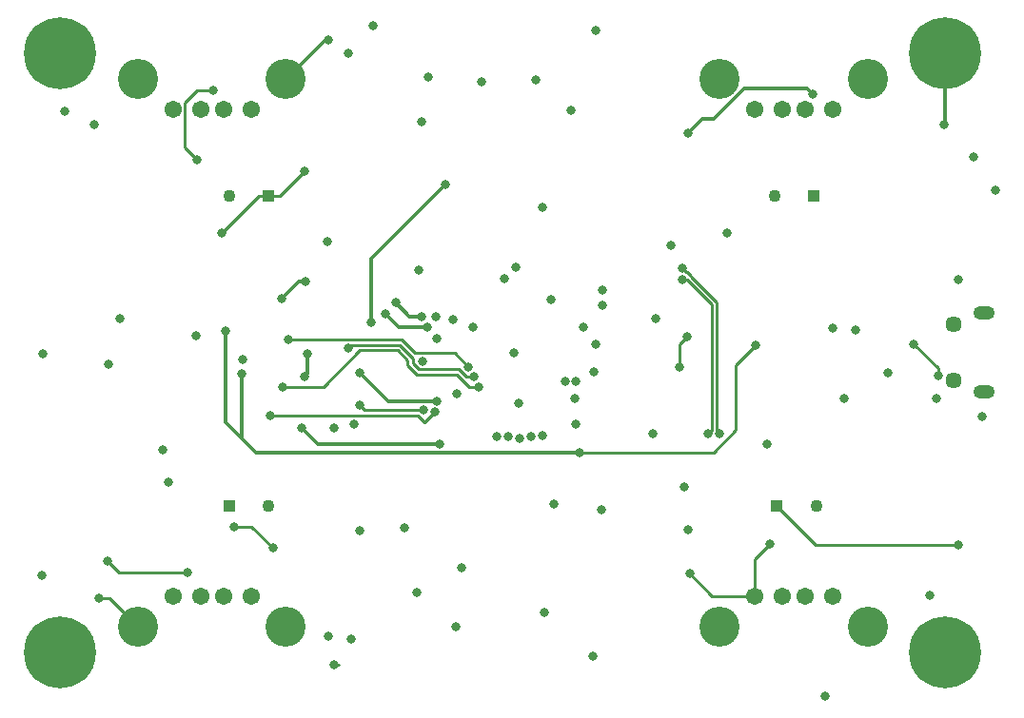
<source format=gbr>
G04 #@! TF.GenerationSoftware,KiCad,Pcbnew,(5.1.10)-1*
G04 #@! TF.CreationDate,2021-06-23T14:01:49+02:00*
G04 #@! TF.ProjectId,sh_control,73685f63-6f6e-4747-926f-6c2e6b696361,3.2*
G04 #@! TF.SameCoordinates,Original*
G04 #@! TF.FileFunction,Copper,L4,Bot*
G04 #@! TF.FilePolarity,Positive*
%FSLAX46Y46*%
G04 Gerber Fmt 4.6, Leading zero omitted, Abs format (unit mm)*
G04 Created by KiCad (PCBNEW (5.1.10)-1) date 2021-06-23 14:01:49*
%MOMM*%
%LPD*%
G01*
G04 APERTURE LIST*
G04 #@! TA.AperFunction,ComponentPad*
%ADD10C,3.570000*%
G04 #@! TD*
G04 #@! TA.AperFunction,ComponentPad*
%ADD11C,1.545000*%
G04 #@! TD*
G04 #@! TA.AperFunction,ComponentPad*
%ADD12C,1.100000*%
G04 #@! TD*
G04 #@! TA.AperFunction,ComponentPad*
%ADD13R,1.100000X1.100000*%
G04 #@! TD*
G04 #@! TA.AperFunction,ComponentPad*
%ADD14O,1.900000X1.200000*%
G04 #@! TD*
G04 #@! TA.AperFunction,ComponentPad*
%ADD15C,1.450000*%
G04 #@! TD*
G04 #@! TA.AperFunction,ComponentPad*
%ADD16C,0.800000*%
G04 #@! TD*
G04 #@! TA.AperFunction,ComponentPad*
%ADD17C,6.400000*%
G04 #@! TD*
G04 #@! TA.AperFunction,ViaPad*
%ADD18C,0.800000*%
G04 #@! TD*
G04 #@! TA.AperFunction,Conductor*
%ADD19C,0.250000*%
G04 #@! TD*
G04 #@! TA.AperFunction,Conductor*
%ADD20C,0.300000*%
G04 #@! TD*
G04 #@! TA.AperFunction,Conductor*
%ADD21C,0.261112*%
G04 #@! TD*
G04 APERTURE END LIST*
D10*
X50550000Y-124710000D03*
X37410000Y-124710000D03*
D11*
X47480000Y-122000000D03*
X44980000Y-122000000D03*
X42980000Y-122000000D03*
X40480000Y-122000000D03*
D10*
X37410000Y-75950000D03*
X50550000Y-75950000D03*
D11*
X40480000Y-78660000D03*
X42980000Y-78660000D03*
X44980000Y-78660000D03*
X47480000Y-78660000D03*
D10*
X89150000Y-75950000D03*
X102290000Y-75950000D03*
D11*
X92220000Y-78660000D03*
X94720000Y-78660000D03*
X96720000Y-78660000D03*
X99220000Y-78660000D03*
D10*
X102290000Y-124710000D03*
X89150000Y-124710000D03*
D11*
X99220000Y-122000000D03*
X96720000Y-122000000D03*
X94720000Y-122000000D03*
X92220000Y-122000000D03*
D12*
X48980000Y-114000000D03*
D13*
X45480000Y-114000000D03*
D12*
X94036000Y-86360000D03*
D13*
X97536000Y-86360000D03*
D12*
X45522000Y-86360000D03*
D13*
X49022000Y-86360000D03*
D12*
X97720000Y-114000000D03*
D13*
X94220000Y-114000000D03*
D14*
X112687500Y-96830000D03*
X112687500Y-103830000D03*
D15*
X109987500Y-97830000D03*
X109987500Y-102830000D03*
D16*
X32177056Y-71962944D03*
X30480000Y-71260000D03*
X28782944Y-71962944D03*
X28080000Y-73660000D03*
X28782944Y-75357056D03*
X30480000Y-76060000D03*
X32177056Y-75357056D03*
X32880000Y-73660000D03*
D17*
X30480000Y-73660000D03*
D16*
X110917056Y-71962944D03*
X109220000Y-71260000D03*
X107522944Y-71962944D03*
X106820000Y-73660000D03*
X107522944Y-75357056D03*
X109220000Y-76060000D03*
X110917056Y-75357056D03*
X111620000Y-73660000D03*
D17*
X109220000Y-73660000D03*
D16*
X32177056Y-125302944D03*
X30480000Y-124600000D03*
X28782944Y-125302944D03*
X28080000Y-127000000D03*
X28782944Y-128697056D03*
X30480000Y-129400000D03*
X32177056Y-128697056D03*
X32880000Y-127000000D03*
D17*
X30480000Y-127000000D03*
D16*
X110917056Y-125302944D03*
X109220000Y-124600000D03*
X107522944Y-125302944D03*
X106820000Y-127000000D03*
X107522944Y-128697056D03*
X109220000Y-129400000D03*
X110917056Y-128697056D03*
X111620000Y-127000000D03*
D17*
X109220000Y-127000000D03*
D18*
X70993000Y-92710000D03*
X78740000Y-94742000D03*
X78740000Y-96139000D03*
X83439000Y-97282000D03*
X77978000Y-102042712D03*
X69342000Y-107823000D03*
X70358000Y-107823000D03*
X71374000Y-107950000D03*
X72390000Y-107823000D03*
X73406000Y-107696000D03*
X76267847Y-104453153D03*
X39624000Y-108966000D03*
X40132000Y-111887000D03*
X28829000Y-120142000D03*
X33909000Y-122174000D03*
X54864000Y-128143000D03*
X56388000Y-125857000D03*
X54356000Y-125603000D03*
X57150000Y-116205000D03*
X33528000Y-80010000D03*
X54356000Y-72517000D03*
X56134000Y-73660000D03*
X46736000Y-100965000D03*
X70866000Y-100330000D03*
X65405000Y-97409000D03*
X64008000Y-99060000D03*
X62738000Y-101092000D03*
X110363000Y-93853000D03*
X111760000Y-82931000D03*
X113650000Y-85852000D03*
X112522000Y-106045000D03*
X104140000Y-102108000D03*
X108434000Y-104394000D03*
X83185000Y-107569000D03*
X86360000Y-116078000D03*
X107823000Y-121920000D03*
X109093000Y-80010000D03*
X30861000Y-78867000D03*
X58293000Y-71247000D03*
X54864000Y-107061000D03*
X56642000Y-106680000D03*
X101219000Y-98298000D03*
X99187000Y-98171000D03*
X77029953Y-98042226D03*
X78105000Y-99605000D03*
X73533000Y-123444000D03*
X66167000Y-119507000D03*
X34798000Y-101346000D03*
X28956000Y-100457000D03*
X67945000Y-76200000D03*
X72771000Y-76073000D03*
X73406000Y-87376000D03*
X84836000Y-90805000D03*
X65659000Y-124714000D03*
X62230000Y-121666000D03*
X61087000Y-115951000D03*
X77851000Y-127381000D03*
X42545000Y-98806000D03*
X35814000Y-97282000D03*
X62611000Y-79756000D03*
X78105000Y-71628000D03*
X75946000Y-78740000D03*
X63246000Y-75819000D03*
X89789000Y-89662000D03*
X85979000Y-112268000D03*
X78613000Y-114300000D03*
X93345000Y-108458000D03*
X62357000Y-92964000D03*
X54229000Y-90424000D03*
X74422000Y-113792000D03*
X98552000Y-130937000D03*
X75438000Y-102870000D03*
X76310603Y-102907000D03*
X76327000Y-106680000D03*
X100203000Y-104394000D03*
X71225000Y-104833847D03*
X67183000Y-98044000D03*
X74162712Y-95631000D03*
X69977000Y-93726000D03*
X65786000Y-104013000D03*
X46609000Y-102235000D03*
X106426000Y-99568000D03*
X108585000Y-102362000D03*
X92329000Y-99692288D03*
X76708000Y-109220000D03*
X45212000Y-98425000D03*
X93599000Y-117348000D03*
X92220000Y-122000000D03*
X86487000Y-120015000D03*
X52451000Y-100457000D03*
X52197000Y-102489000D03*
X51980000Y-107061000D03*
X64262000Y-108470000D03*
X110363000Y-117475000D03*
X85598000Y-101617712D03*
X86233000Y-98933000D03*
X97409000Y-77346698D03*
X86360000Y-80772000D03*
X64770000Y-85344000D03*
X58166000Y-97663000D03*
X52197000Y-84201000D03*
X44831000Y-89662000D03*
X42672000Y-83185000D03*
X44069000Y-76962000D03*
X49403000Y-117729000D03*
X45974000Y-115824000D03*
X34686696Y-118856304D03*
X41783000Y-119888000D03*
X85852000Y-92843400D03*
X89147600Y-107569000D03*
X85852000Y-93846600D03*
X88144400Y-107569000D03*
X63119000Y-98044000D03*
X59436000Y-96901000D03*
X56134000Y-99949000D03*
X67243786Y-102483571D03*
X57150000Y-102108000D03*
X64008000Y-104648000D03*
X57150000Y-105029000D03*
X62780648Y-105421739D03*
X63811884Y-105628583D03*
X49149000Y-105918000D03*
X67691000Y-103378000D03*
X50292000Y-103378000D03*
X66796571Y-101589142D03*
X50800000Y-99187000D03*
X63881000Y-97101712D03*
X62611000Y-97101712D03*
X60325000Y-95885000D03*
X52324000Y-93980000D03*
X50165000Y-95504000D03*
D19*
X34874000Y-122174000D02*
X33909000Y-122174000D01*
X37410000Y-124710000D02*
X34874000Y-122174000D01*
X54864000Y-128143000D02*
X55245000Y-128143000D01*
X53983000Y-72517000D02*
X54356000Y-72517000D01*
X50550000Y-75950000D02*
X53983000Y-72517000D01*
D20*
X109220000Y-79883000D02*
X109093000Y-80010000D01*
X109220000Y-73660000D02*
X109220000Y-79883000D01*
D19*
X108585000Y-101727000D02*
X108585000Y-102362000D01*
X106426000Y-99568000D02*
X108585000Y-101727000D01*
X92329000Y-99692288D02*
X90551000Y-101470288D01*
X88569602Y-109220000D02*
X76708000Y-109220000D01*
X90551000Y-107238602D02*
X88569602Y-109220000D01*
X90551000Y-101470288D02*
X90551000Y-107238602D01*
D20*
X45212000Y-98425000D02*
X45212000Y-106553000D01*
X47879000Y-109220000D02*
X76708000Y-109220000D01*
X46609000Y-107950000D02*
X47561500Y-108902500D01*
X46609000Y-102235000D02*
X46609000Y-107950000D01*
X47561500Y-108902500D02*
X47879000Y-109220000D01*
X45212000Y-106553000D02*
X47561500Y-108902500D01*
D19*
X92220000Y-118727000D02*
X92220000Y-122000000D01*
X93599000Y-117348000D02*
X92220000Y-118727000D01*
X88472000Y-122000000D02*
X86487000Y-120015000D01*
X92220000Y-122000000D02*
X88472000Y-122000000D01*
D20*
X52451000Y-102235000D02*
X52197000Y-102489000D01*
X52451000Y-100457000D02*
X52451000Y-102235000D01*
X53389000Y-108470000D02*
X64262000Y-108470000D01*
X51980000Y-107061000D02*
X53389000Y-108470000D01*
D19*
X94220000Y-114000000D02*
X97695000Y-117475000D01*
X97695000Y-117475000D02*
X110363000Y-117475000D01*
X85598000Y-99568000D02*
X86233000Y-98933000D01*
X85598000Y-101617712D02*
X85598000Y-99568000D01*
D20*
X97409000Y-77346698D02*
X96897302Y-76835000D01*
X91285001Y-76835000D02*
X88618001Y-79502000D01*
X96897302Y-76835000D02*
X91285001Y-76835000D01*
X87630000Y-79502000D02*
X86360000Y-80772000D01*
X88618001Y-79502000D02*
X87630000Y-79502000D01*
X58166000Y-91948000D02*
X58166000Y-97663000D01*
X64770000Y-85344000D02*
X58166000Y-91948000D01*
D19*
X50038000Y-86360000D02*
X49022000Y-86360000D01*
X52197000Y-84201000D02*
X50038000Y-86360000D01*
X48133000Y-86360000D02*
X44831000Y-89662000D01*
X49022000Y-86360000D02*
X48133000Y-86360000D01*
X41577501Y-82090501D02*
X41577501Y-78056499D01*
X42672000Y-83185000D02*
X41577501Y-82090501D01*
X42672000Y-76962000D02*
X44069000Y-76962000D01*
X41577501Y-78056499D02*
X42672000Y-76962000D01*
X47498000Y-115824000D02*
X45974000Y-115824000D01*
X49403000Y-117729000D02*
X47498000Y-115824000D01*
X35718392Y-119888000D02*
X41783000Y-119888000D01*
X34686696Y-118856304D02*
X35718392Y-119888000D01*
D21*
X86582557Y-93573957D02*
X88878156Y-95869556D01*
X86582557Y-93495932D02*
X86582557Y-93573957D01*
X86202668Y-93116043D02*
X86582557Y-93495932D01*
X86124643Y-93116043D02*
X86202668Y-93116043D01*
X85852000Y-92843400D02*
X86124643Y-93116043D01*
X88878156Y-107299556D02*
X89147600Y-107569000D01*
X88878156Y-95869556D02*
X88878156Y-107299556D01*
X85852000Y-93846600D02*
X86198563Y-93846600D01*
X86198563Y-93846600D02*
X88413844Y-96061881D01*
X88413844Y-107299556D02*
X88144400Y-107569000D01*
X88413844Y-96061881D02*
X88413844Y-107299556D01*
D20*
X60579000Y-98044000D02*
X63119000Y-98044000D01*
X59436000Y-96901000D02*
X60579000Y-98044000D01*
D19*
X66617998Y-102483571D02*
X67243786Y-102483571D01*
X65951428Y-101817001D02*
X66617998Y-102483571D01*
X62389999Y-101817001D02*
X65951428Y-101817001D01*
X61826599Y-101253601D02*
X62389999Y-101817001D01*
X61826599Y-100817009D02*
X61826599Y-101253601D01*
X60646600Y-99637010D02*
X61826599Y-100817009D01*
X56445990Y-99637010D02*
X60646600Y-99637010D01*
X56134000Y-99949000D02*
X56445990Y-99637010D01*
D20*
X59690000Y-104648000D02*
X64008000Y-104648000D01*
X57150000Y-102108000D02*
X59690000Y-104648000D01*
D19*
X57542739Y-105421739D02*
X62780648Y-105421739D01*
X57150000Y-105029000D02*
X57542739Y-105421739D01*
X63811884Y-105628583D02*
X62887467Y-106553000D01*
X62289466Y-105954999D02*
X49947999Y-105954999D01*
X62887467Y-106553000D02*
X62289466Y-105954999D01*
X49911000Y-105918000D02*
X49149000Y-105918000D01*
X49947999Y-105954999D02*
X49911000Y-105918000D01*
X67691000Y-103378000D02*
X66870498Y-103378000D01*
X65717502Y-102293502D02*
X65691011Y-102267011D01*
X65786000Y-102293502D02*
X65717502Y-102293502D01*
X66870498Y-103378000D02*
X65786000Y-102293502D01*
X61376589Y-101440001D02*
X61376589Y-101003409D01*
X62203598Y-102267010D02*
X61376589Y-101440001D01*
X65691011Y-102267011D02*
X62203598Y-102267010D01*
X61376589Y-101003409D02*
X60460200Y-100087020D01*
X60460200Y-100087020D02*
X57150000Y-100087020D01*
X53859020Y-103378000D02*
X50292000Y-103378000D01*
X57150000Y-100087020D02*
X53859020Y-103378000D01*
X65574428Y-100366999D02*
X62012999Y-100366999D01*
X66796571Y-101589142D02*
X65574428Y-100366999D01*
X60833000Y-99187000D02*
X50800000Y-99187000D01*
X62012999Y-100366999D02*
X60833000Y-99187000D01*
D20*
X61541712Y-97101712D02*
X60325000Y-95885000D01*
X62611000Y-97101712D02*
X61541712Y-97101712D01*
X51689000Y-93980000D02*
X50165000Y-95504000D01*
X52324000Y-93980000D02*
X51689000Y-93980000D01*
M02*

</source>
